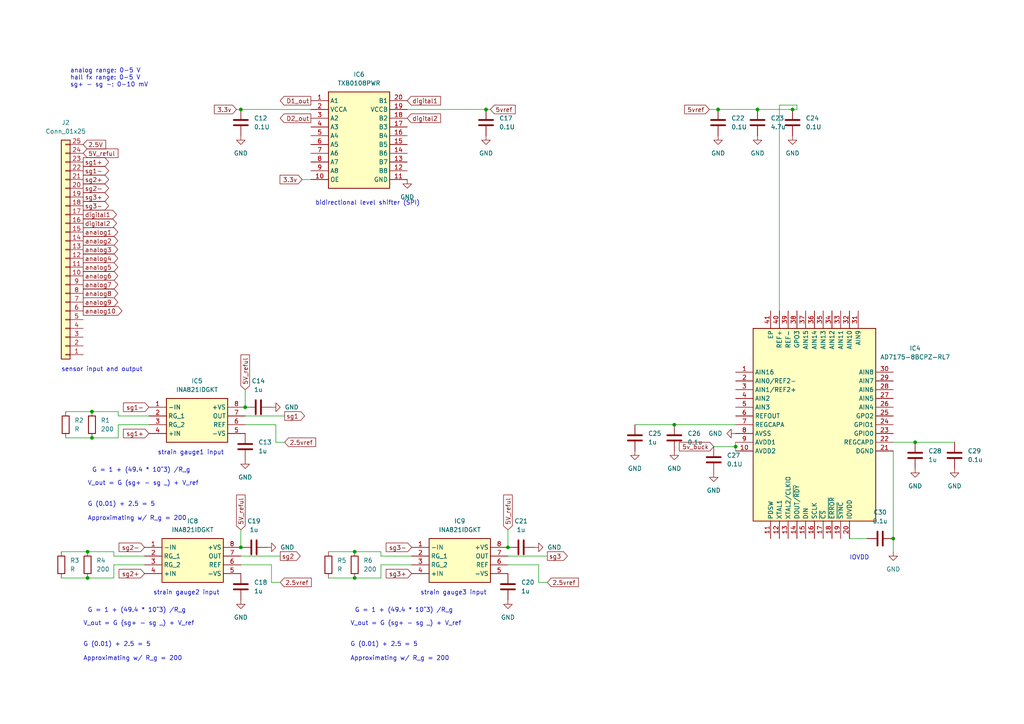
<source format=kicad_sch>
(kicad_sch (version 20230121) (generator eeschema)
  (paper "A4")
  (lib_symbols
    (symbol "21xt_symbols:AD7175-8BCPZ-RL7"
      (property "Reference" "IC" (at 41.91 17.78 0))
      (property "Value" "AD7175-8BCPZ-RL7" (at 41.91 15.24 0))
      (symbol "AD7175-8BCPZ-RL7_1_1"
        (rectangle (start 5.08 12.7) (end 40.64 -43.18) (stroke (width 0.254)) (fill (type background)))
        (pin passive line (at 0 0 0) (length 5.08) (name "AIN16") (number "1"))
        (pin passive line (at 0 -22.86 0) (length 5.08) (name "AVDD2") (number "10"))
        (pin passive line (at 10.16 -48.26 90) (length 5.08) (name "PDSW") (number "11"))
        (pin passive line (at 12.7 -48.26 90) (length 5.08) (name "XTAL1") (number "12"))
        (pin passive line (at 15.24 -48.26 90) (length 5.08) (name "XTAL2/CLKIO") (number "13"))
        (pin passive line (at 17.78 -48.26 90) (length 5.08) (name "DOUT/~{RDY}") (number "14"))
        (pin passive line (at 20.32 -48.26 90) (length 5.08) (name "DIN") (number "15"))
        (pin passive line (at 22.86 -48.26 90) (length 5.08) (name "SCLK") (number "16"))
        (pin passive line (at 25.4 -48.26 90) (length 5.08) (name "~{CS}") (number "17"))
        (pin passive line (at 27.94 -48.26 90) (length 5.08) (name "~{ERROR}") (number "18"))
        (pin passive line (at 30.48 -48.26 90) (length 5.08) (name "~{SYNC}") (number "19"))
        (pin passive line (at 0 -2.54 0) (length 5.08) (name "AIN0/REF2-") (number "2"))
        (pin passive line (at 33.02 -48.26 90) (length 5.08) (name "IOVDD") (number "20"))
        (pin passive line (at 45.72 -22.86 180) (length 5.08) (name "DGND") (number "21"))
        (pin passive line (at 45.72 -20.32 180) (length 5.08) (name "REGCAPD") (number "22"))
        (pin passive line (at 45.72 -17.78 180) (length 5.08) (name "GPIO0") (number "23"))
        (pin passive line (at 45.72 -15.24 180) (length 5.08) (name "GPIO1") (number "24"))
        (pin passive line (at 45.72 -12.7 180) (length 5.08) (name "GPO2") (number "25"))
        (pin passive line (at 45.72 -10.16 180) (length 5.08) (name "AIN4") (number "26"))
        (pin passive line (at 45.72 -7.62 180) (length 5.08) (name "AIN5") (number "27"))
        (pin passive line (at 45.72 -5.08 180) (length 5.08) (name "AIN6") (number "28"))
        (pin passive line (at 45.72 -2.54 180) (length 5.08) (name "AIN7") (number "29"))
        (pin passive line (at 0 -5.08 0) (length 5.08) (name "AIN1/REF2+") (number "3"))
        (pin passive line (at 45.72 0 180) (length 5.08) (name "AIN8") (number "30"))
        (pin passive line (at 35.56 17.78 270) (length 5.08) (name "AIN9") (number "31"))
        (pin passive line (at 33.02 17.78 270) (length 5.08) (name "AIN10") (number "32"))
        (pin passive line (at 30.48 17.78 270) (length 5.08) (name "AIN11") (number "33"))
        (pin passive line (at 27.94 17.78 270) (length 5.08) (name "AIN12") (number "34"))
        (pin passive line (at 25.4 17.78 270) (length 5.08) (name "AIN13") (number "35"))
        (pin passive line (at 22.86 17.78 270) (length 5.08) (name "AIN14") (number "36"))
        (pin passive line (at 20.32 17.78 270) (length 5.08) (name "AIN15") (number "37"))
        (pin passive line (at 17.78 17.78 270) (length 5.08) (name "GPO3") (number "38"))
        (pin passive line (at 15.24 17.78 270) (length 5.08) (name "REF-") (number "39"))
        (pin passive line (at 0 -7.62 0) (length 5.08) (name "AIN2") (number "4"))
        (pin passive line (at 12.7 17.78 270) (length 5.08) (name "REF+") (number "40"))
        (pin passive line (at 10.16 17.78 270) (length 5.08) (name "EP") (number "41"))
        (pin passive line (at 0 -10.16 0) (length 5.08) (name "AIN3") (number "5"))
        (pin passive line (at 0 -12.7 0) (length 5.08) (name "REFOUT") (number "6"))
        (pin passive line (at 0 -15.24 0) (length 5.08) (name "REGCAPA") (number "7"))
        (pin passive line (at 0 -17.78 0) (length 5.08) (name "AVSS") (number "8"))
        (pin passive line (at 0 -20.32 0) (length 5.08) (name "AVDD1") (number "9"))
      )
    )
    (symbol "21xt_symbols:INA821IDGKT"
      (property "Reference" "IC" (at 24.13 7.62 0))
      (property "Value" "INA821IDGKT" (at 24.13 5.08 0))
      (symbol "INA821IDGKT_1_1"
        (rectangle (start 5.08 2.54) (end 22.86 -10.16) (stroke (width 0.254)) (fill (type background)))
        (pin input line (at 0 0 0) (length 5.08) (name "-IN") (number "1"))
        (pin passive line (at 0 -2.54 0) (length 5.08) (name "RG_1") (number "2"))
        (pin passive line (at 0 -5.08 0) (length 5.08) (name "RG_2") (number "3"))
        (pin input line (at 0 -7.62 0) (length 5.08) (name "+IN") (number "4"))
        (pin power_in line (at 27.94 -7.62 180) (length 5.08) (name "-VS") (number "5"))
        (pin passive line (at 27.94 -5.08 180) (length 5.08) (name "REF") (number "6"))
        (pin output line (at 27.94 -2.54 180) (length 5.08) (name "OUT") (number "7"))
        (pin power_in line (at 27.94 0 180) (length 5.08) (name "+VS") (number "8"))
      )
    )
    (symbol "21xt_symbols:TXB0108PWR"
      (property "Reference" "IC" (at 24.13 7.62 0))
      (property "Value" "TXB0108PWR" (at 24.13 5.08 0))
      (symbol "TXB0108PWR_1_1"
        (rectangle (start 5.08 2.54) (end 22.86 -25.4) (stroke (width 0.254)) (fill (type background)))
        (pin passive line (at 0 0 0) (length 5.08) (name "A1") (number "1"))
        (pin passive line (at 0 -22.86 0) (length 5.08) (name "OE") (number "10"))
        (pin passive line (at 27.94 -22.86 180) (length 5.08) (name "GND") (number "11"))
        (pin passive line (at 27.94 -20.32 180) (length 5.08) (name "B8") (number "12"))
        (pin passive line (at 27.94 -17.78 180) (length 5.08) (name "B7") (number "13"))
        (pin passive line (at 27.94 -15.24 180) (length 5.08) (name "B6") (number "14"))
        (pin passive line (at 27.94 -12.7 180) (length 5.08) (name "B5") (number "15"))
        (pin passive line (at 27.94 -10.16 180) (length 5.08) (name "B4") (number "16"))
        (pin passive line (at 27.94 -7.62 180) (length 5.08) (name "B3") (number "17"))
        (pin passive line (at 27.94 -5.08 180) (length 5.08) (name "B2") (number "18"))
        (pin passive line (at 27.94 -2.54 180) (length 5.08) (name "VCCB") (number "19"))
        (pin passive line (at 0 -2.54 0) (length 5.08) (name "VCCA") (number "2"))
        (pin passive line (at 27.94 0 180) (length 5.08) (name "B1") (number "20"))
        (pin passive line (at 0 -5.08 0) (length 5.08) (name "A2") (number "3"))
        (pin passive line (at 0 -7.62 0) (length 5.08) (name "A3") (number "4"))
        (pin passive line (at 0 -10.16 0) (length 5.08) (name "A4") (number "5"))
        (pin passive line (at 0 -12.7 0) (length 5.08) (name "A5") (number "6"))
        (pin passive line (at 0 -15.24 0) (length 5.08) (name "A6") (number "7"))
        (pin passive line (at 0 -17.78 0) (length 5.08) (name "A7") (number "8"))
        (pin passive line (at 0 -20.32 0) (length 5.08) (name "A8") (number "9"))
      )
    )
    (symbol "Connector_Generic:Conn_01x25" (pin_names (offset 1.016) hide)
      (property "Reference" "J" (at 0 33.02 0))
      (property "Value" "Conn_01x25" (at 0 -33.02 0))
      (symbol "Conn_01x25_1_1"
        (rectangle (start -1.27 -30.353) (end 0 -30.607) (stroke (width 0.1524)))
        (rectangle (start -1.27 -27.813) (end 0 -28.067) (stroke (width 0.1524)))
        (rectangle (start -1.27 -25.273) (end 0 -25.527) (stroke (width 0.1524)))
        (rectangle (start -1.27 -22.733) (end 0 -22.987) (stroke (width 0.1524)))
        (rectangle (start -1.27 -20.193) (end 0 -20.447) (stroke (width 0.1524)))
        (rectangle (start -1.27 -17.653) (end 0 -17.907) (stroke (width 0.1524)))
        (rectangle (start -1.27 -15.113) (end 0 -15.367) (stroke (width 0.1524)))
        (rectangle (start -1.27 -12.573) (end 0 -12.827) (stroke (width 0.1524)))
        (rectangle (start -1.27 -10.033) (end 0 -10.287) (stroke (width 0.1524)))
        (rectangle (start -1.27 -7.493) (end 0 -7.747) (stroke (width 0.1524)))
        (rectangle (start -1.27 -4.953) (end 0 -5.207) (stroke (width 0.1524)))
        (rectangle (start -1.27 -2.413) (end 0 -2.667) (stroke (width 0.1524)))
        (rectangle (start -1.27 0.127) (end 0 -0.127) (stroke (width 0.1524)))
        (rectangle (start -1.27 2.667) (end 0 2.413) (stroke (width 0.1524)))
        (rectangle (start -1.27 5.207) (end 0 4.953) (stroke (width 0.1524)))
        (rectangle (start -1.27 7.747) (end 0 7.493) (stroke (width 0.1524)))
        (rectangle (start -1.27 10.287) (end 0 10.033) (stroke (width 0.1524)))
        (rectangle (start -1.27 12.827) (end 0 12.573) (stroke (width 0.1524)))
        (rectangle (start -1.27 15.367) (end 0 15.113) (stroke (width 0.1524)))
        (rectangle (start -1.27 17.907) (end 0 17.653) (stroke (width 0.1524)))
        (rectangle (start -1.27 20.447) (end 0 20.193) (stroke (width 0.1524)))
        (rectangle (start -1.27 22.987) (end 0 22.733) (stroke (width 0.1524)))
        (rectangle (start -1.27 25.527) (end 0 25.273) (stroke (width 0.1524)))
        (rectangle (start -1.27 28.067) (end 0 27.813) (stroke (width 0.1524)))
        (rectangle (start -1.27 30.607) (end 0 30.353) (stroke (width 0.1524)))
        (rectangle (start -1.27 31.75) (end 1.27 -31.75) (stroke (width 0.254)) (fill (type background)))
        (pin passive line (at -5.08 30.48 0) (length 3.81) (name "Pin_1") (number "1"))
        (pin passive line (at -5.08 7.62 0) (length 3.81) (name "Pin_10") (number "10"))
        (pin passive line (at -5.08 5.08 0) (length 3.81) (name "Pin_11") (number "11"))
        (pin passive line (at -5.08 2.54 0) (length 3.81) (name "Pin_12") (number "12"))
        (pin passive line (at -5.08 0 0) (length 3.81) (name "Pin_13") (number "13"))
        (pin passive line (at -5.08 -2.54 0) (length 3.81) (name "Pin_14") (number "14"))
        (pin passive line (at -5.08 -5.08 0) (length 3.81) (name "Pin_15") (number "15"))
        (pin passive line (at -5.08 -7.62 0) (length 3.81) (name "Pin_16") (number "16"))
        (pin passive line (at -5.08 -10.16 0) (length 3.81) (name "Pin_17") (number "17"))
        (pin passive line (at -5.08 -12.7 0) (length 3.81) (name "Pin_18") (number "18"))
        (pin passive line (at -5.08 -15.24 0) (length 3.81) (name "Pin_19") (number "19"))
        (pin passive line (at -5.08 27.94 0) (length 3.81) (name "Pin_2") (number "2"))
        (pin passive line (at -5.08 -17.78 0) (length 3.81) (name "Pin_20") (number "20"))
        (pin passive line (at -5.08 -20.32 0) (length 3.81) (name "Pin_21") (number "21"))
        (pin passive line (at -5.08 -22.86 0) (length 3.81) (name "Pin_22") (number "22"))
        (pin passive line (at -5.08 -25.4 0) (length 3.81) (name "Pin_23") (number "23"))
        (pin passive line (at -5.08 -27.94 0) (length 3.81) (name "Pin_24") (number "24"))
        (pin passive line (at -5.08 -30.48 0) (length 3.81) (name "Pin_25") (number "25"))
        (pin passive line (at -5.08 25.4 0) (length 3.81) (name "Pin_3") (number "3"))
        (pin passive line (at -5.08 22.86 0) (length 3.81) (name "Pin_4") (number "4"))
        (pin passive line (at -5.08 20.32 0) (length 3.81) (name "Pin_5") (number "5"))
        (pin passive line (at -5.08 17.78 0) (length 3.81) (name "Pin_6") (number "6"))
        (pin passive line (at -5.08 15.24 0) (length 3.81) (name "Pin_7") (number "7"))
        (pin passive line (at -5.08 12.7 0) (length 3.81) (name "Pin_8") (number "8"))
        (pin passive line (at -5.08 10.16 0) (length 3.81) (name "Pin_9") (number "9"))
      )
    )
    (symbol "Device:C" (pin_numbers hide) (pin_names (offset 0.254))
      (property "Reference" "C" (at 0.635 2.54 0))
      (property "Value" "C" (at 0.635 -2.54 0))
      (symbol "C_0_1"
        (polyline (pts (xy -2.032 -0.762) (xy 2.032 -0.762)) (stroke (width 0.508)))
        (polyline (pts (xy -2.032 0.762) (xy 2.032 0.762)) (stroke (width 0.508)))
      )
      (symbol "C_1_1"
        (pin passive line (at 0 3.81 270) (length 2.794) (name "~") (number "1"))
        (pin passive line (at 0 -3.81 90) (length 2.794) (name "~") (number "2"))
      )
    )
    (symbol "Device:R" (pin_numbers hide) (pin_names (offset 0))
      (property "Reference" "R" (at 2.032 0 90))
      (property "Value" "R" (at 0 0 90))
      (symbol "R_0_1"
        (rectangle (start -1.016 -2.54) (end 1.016 2.54) (stroke (width 0.254)))
      )
      (symbol "R_1_1"
        (pin passive line (at 0 3.81 270) (length 1.27) (name "~") (number "1"))
        (pin passive line (at 0 -3.81 90) (length 1.27) (name "~") (number "2"))
      )
    )
    (symbol "power:GND" (power) (pin_names (offset 0))
      (property "Value" "GND" (at 0 -3.81 0))
      (symbol "GND_0_1"
        (polyline (pts (xy 0 0) (xy 0 -1.27) (xy 1.27 -1.27) (xy 0 -2.54) (xy -1.27 -1.27) (xy 0 -1.27)))
      )
      (symbol "GND_1_1"
        (pin power_in line (at 0 0 270) (length 0) hide (name "GND") (number "1"))
      )
    )
  )
  (junction (at 26.67 119.38))
  (junction (at 102.87 167.64))
  (junction (at 71.12 118.11))
  (junction (at 213.36 129.54))
  (junction (at 229.87 31.75))
  (junction (at 259.08 156.21))
  (junction (at 25.4 167.64))
  (junction (at 195.58 123.19))
  (junction (at 219.71 31.75))
  (junction (at 147.32 158.75))
  (junction (at 69.85 158.75))
  (junction (at 140.97 31.75))
  (junction (at 208.28 31.75))
  (junction (at 69.85 31.75))
  (junction (at 26.67 127))
  (junction (at 102.87 160.02))
  (junction (at 265.43 128.27))
  (junction (at 25.4 160.02))
  (wire (pts (xy 34.29 119.38) (xy 34.29 120.65)))
  (wire (pts (xy 68.58 31.75) (xy 69.85 31.75)))
  (wire (pts (xy 80.01 128.27) (xy 82.55 128.27)))
  (wire (pts (xy 231.14 31.75) (xy 231.14 30.48)))
  (wire (pts (xy 34.29 123.19) (xy 34.29 127)))
  (wire (pts (xy 102.87 167.64) (xy 110.49 167.64)))
  (wire (pts (xy 147.32 161.29) (xy 158.75 161.29)))
  (wire (pts (xy 147.32 163.83) (xy 156.21 163.83)))
  (wire (pts (xy 78.74 168.91) (xy 81.28 168.91)))
  (wire (pts (xy 265.43 128.27) (xy 276.86 128.27)))
  (wire (pts (xy 69.85 161.29) (xy 81.28 161.29)))
  (wire (pts (xy 195.58 123.19) (xy 213.36 123.19)))
  (wire (pts (xy 119.38 163.83) (xy 110.49 163.83)))
  (wire (pts (xy 34.29 120.65) (xy 43.18 120.65)))
  (wire (pts (xy 71.12 123.19) (xy 80.01 123.19)))
  (wire (pts (xy 19.05 127) (xy 26.67 127)))
  (wire (pts (xy 17.78 160.02) (xy 25.4 160.02)))
  (wire (pts (xy 246.38 156.21) (xy 251.46 156.21)))
  (wire (pts (xy 140.97 31.75) (xy 142.24 31.75)))
  (wire (pts (xy 71.12 120.65) (xy 82.55 120.65)))
  (wire (pts (xy 226.06 30.48) (xy 231.14 30.48)))
  (wire (pts (xy 205.74 31.75) (xy 208.28 31.75)))
  (wire (pts (xy 87.63 52.07) (xy 90.17 52.07)))
  (wire (pts (xy 95.25 167.64) (xy 102.87 167.64)))
  (wire (pts (xy 25.4 160.02) (xy 33.02 160.02)))
  (wire (pts (xy 102.87 160.02) (xy 110.49 160.02)))
  (wire (pts (xy 26.67 119.38) (xy 34.29 119.38)))
  (wire (pts (xy 259.08 128.27) (xy 265.43 128.27)))
  (wire (pts (xy 147.32 153.67) (xy 147.32 158.75)))
  (wire (pts (xy 19.05 119.38) (xy 26.67 119.38)))
  (wire (pts (xy 69.85 153.67) (xy 69.85 158.75)))
  (wire (pts (xy 226.06 30.48) (xy 226.06 90.17)))
  (wire (pts (xy 95.25 160.02) (xy 102.87 160.02)))
  (wire (pts (xy 110.49 160.02) (xy 110.49 161.29)))
  (wire (pts (xy 156.21 163.83) (xy 156.21 168.91)))
  (wire (pts (xy 207.01 129.54) (xy 213.36 129.54)))
  (wire (pts (xy 213.36 129.54) (xy 213.36 130.81)))
  (wire (pts (xy 71.12 113.03) (xy 71.12 118.11)))
  (wire (pts (xy 78.74 163.83) (xy 78.74 168.91)))
  (wire (pts (xy 259.08 160.02) (xy 259.08 156.21)))
  (wire (pts (xy 156.21 168.91) (xy 158.75 168.91)))
  (wire (pts (xy 43.18 123.19) (xy 34.29 123.19)))
  (wire (pts (xy 80.01 123.19) (xy 80.01 128.27)))
  (wire (pts (xy 69.85 163.83) (xy 78.74 163.83)))
  (wire (pts (xy 17.78 167.64) (xy 25.4 167.64)))
  (wire (pts (xy 110.49 163.83) (xy 110.49 167.64)))
  (wire (pts (xy 33.02 161.29) (xy 41.91 161.29)))
  (wire (pts (xy 118.11 31.75) (xy 140.97 31.75)))
  (wire (pts (xy 229.87 31.75) (xy 231.14 31.75)))
  (wire (pts (xy 184.15 123.19) (xy 195.58 123.19)))
  (wire (pts (xy 213.36 128.27) (xy 213.36 129.54)))
  (wire (pts (xy 219.71 31.75) (xy 229.87 31.75)))
  (wire (pts (xy 69.85 31.75) (xy 90.17 31.75)))
  (wire (pts (xy 110.49 161.29) (xy 119.38 161.29)))
  (wire (pts (xy 26.67 127) (xy 34.29 127)))
  (wire (pts (xy 41.91 163.83) (xy 33.02 163.83)))
  (wire (pts (xy 208.28 31.75) (xy 219.71 31.75)))
  (wire (pts (xy 33.02 163.83) (xy 33.02 167.64)))
  (wire (pts (xy 25.4 167.64) (xy 33.02 167.64)))
  (wire (pts (xy 33.02 160.02) (xy 33.02 161.29)))
  (wire (pts (xy 259.08 156.21) (xy 259.08 130.81)))
  (text "bidirectional level shifter (SPI)" (at 91.44 59.69 0) (effects (font (size 1.27 1.27)) (justify left bottom)))
  (text "IOVDD" (at 246.38 162.56 0) (effects (font (size 1.27 1.27)) (justify left bottom)))
  (text "strain gauge3 input" (at 121.92 172.72 0) (effects (font (size 1.27 1.27)) (justify left bottom)))
  (text "strain gauge1 input" (at 45.72 132.08 0) (effects (font (size 1.27 1.27)) (justify left bottom)))
  (text "G = 1 + (49.4 * 10^3) /R_g" (at 26.67 137.16 0) (effects (font (size 1.27 1.27)) (justify left bottom)))
  (text "sensor input and output" (at 17.78 107.95 0) (effects (font (size 1.27 1.27)) (justify left bottom)))
  (text "strain gauge2 input" (at 44.45 172.72 0) (effects (font (size 1.27 1.27)) (justify left bottom)))
  (text "analog range: 0-5 V\nhall fx range: 0-5 V\nsg+ - sg -: 0-10 mV" (at 20.32 25.4 0) (effects (font (size 1.27 1.27)) (justify left bottom)))
  (text "V_out = G (sg+ - sg _) + V_ref " (at 101.6 181.61 0) (effects (font (size 1.27 1.27)) (justify left bottom)))
  (text "V_out = G (sg+ - sg _) + V_ref " (at 24.13 181.61 0) (effects (font (size 1.27 1.27)) (justify left bottom)))
  (text "G (0.01) + 2.5 = 5\n\nApproximating w/ R_g = 200" (at 101.6 191.77 0) (effects (font (size 1.27 1.27)) (justify left bottom)))
  (text "G (0.01) + 2.5 = 5\n\nApproximating w/ R_g = 200" (at 24.13 191.77 0) (effects (font (size 1.27 1.27)) (justify left bottom)))
  (text "G = 1 + (49.4 * 10^3) /R_g" (at 102.87 177.8 0) (effects (font (size 1.27 1.27)) (justify left bottom)))
  (text "G = 1 + (49.4 * 10^3) /R_g" (at 25.4 177.8 0) (effects (font (size 1.27 1.27)) (justify left bottom)))
  (text "V_out = G (sg+ - sg _) + V_ref " (at 25.4 140.97 0) (effects (font (size 1.27 1.27)) (justify left bottom)))
  (text "G (0.01) + 2.5 = 5\n\nApproximating w/ R_g = 200" (at 25.4 151.13 0) (effects (font (size 1.27 1.27)) (justify left bottom)))
  (global_label "sg1+" (shape input) (at 43.18 125.73 180) (property "Intersheetrefs" "${INTERSHEET_REFS}" (effects hide)))
  (global_label "5v_buck" (shape input) (at 207.01 129.54 180) (property "Intersheetrefs" "${INTERSHEET_REFS}" (effects hide)))
  (global_label "D2_out" (shape output) (at 90.17 34.29 180) (property "Intersheetrefs" "${INTERSHEET_REFS}" (effects hide)))
  (global_label "analog6" (shape output) (at 24.13 80.01 0) (property "Intersheetrefs" "${INTERSHEET_REFS}" (effects hide)))
  (global_label "sg3+" (shape output) (at 24.13 57.15 0) (property "Intersheetrefs" "${INTERSHEET_REFS}" (effects hide)))
  (global_label "5V_reful" (shape input) (at 147.32 153.67 90) (property "Intersheetrefs" "${INTERSHEET_REFS}" (effects hide)))
  (global_label "analog7" (shape output) (at 24.13 82.55 0) (property "Intersheetrefs" "${INTERSHEET_REFS}" (effects hide)))
  (global_label "5V_reful" (shape input) (at 24.13 44.45 0) (property "Intersheetrefs" "${INTERSHEET_REFS}" (effects hide)))
  (global_label "sg2-" (shape output) (at 24.13 54.61 0) (property "Intersheetrefs" "${INTERSHEET_REFS}" (effects hide)))
  (global_label "analog10" (shape output) (at 24.13 90.17 0) (property "Intersheetrefs" "${INTERSHEET_REFS}" (effects hide)))
  (global_label "analog8" (shape output) (at 24.13 85.09 0) (property "Intersheetrefs" "${INTERSHEET_REFS}" (effects hide)))
  (global_label "digital2" (shape output) (at 24.13 64.77 0) (property "Intersheetrefs" "${INTERSHEET_REFS}" (effects hide)))
  (global_label "sg3" (shape output) (at 158.75 161.29 0) (property "Intersheetrefs" "${INTERSHEET_REFS}" (effects hide)))
  (global_label "sg1-" (shape output) (at 24.13 49.53 0) (property "Intersheetrefs" "${INTERSHEET_REFS}" (effects hide)))
  (global_label "digital2" (shape input) (at 118.11 34.29 0) (property "Intersheetrefs" "${INTERSHEET_REFS}" (effects hide)))
  (global_label "5vref" (shape input) (at 205.74 31.75 180) (property "Intersheetrefs" "${INTERSHEET_REFS}" (effects hide)))
  (global_label "2.5V" (shape input) (at 24.13 41.91 0) (property "Intersheetrefs" "${INTERSHEET_REFS}" (effects hide)))
  (global_label "sg3-" (shape output) (at 24.13 59.69 0) (property "Intersheetrefs" "${INTERSHEET_REFS}" (effects hide)))
  (global_label "sg1" (shape output) (at 82.55 120.65 0) (property "Intersheetrefs" "${INTERSHEET_REFS}" (effects hide)))
  (global_label "2.5vref" (shape input) (at 82.55 128.27 0) (property "Intersheetrefs" "${INTERSHEET_REFS}" (effects hide)))
  (global_label "sg2" (shape output) (at 81.28 161.29 0) (property "Intersheetrefs" "${INTERSHEET_REFS}" (effects hide)))
  (global_label "analog4" (shape output) (at 24.13 74.93 0) (property "Intersheetrefs" "${INTERSHEET_REFS}" (effects hide)))
  (global_label "digital1" (shape output) (at 24.13 62.23 0) (property "Intersheetrefs" "${INTERSHEET_REFS}" (effects hide)))
  (global_label "sg2+" (shape input) (at 41.91 166.37 180) (property "Intersheetrefs" "${INTERSHEET_REFS}" (effects hide)))
  (global_label "sg1+" (shape output) (at 24.13 46.99 0) (property "Intersheetrefs" "${INTERSHEET_REFS}" (effects hide)))
  (global_label "3.3v" (shape input) (at 87.63 52.07 180) (property "Intersheetrefs" "${INTERSHEET_REFS}" (effects hide)))
  (global_label "analog9" (shape output) (at 24.13 87.63 0) (property "Intersheetrefs" "${INTERSHEET_REFS}" (effects hide)))
  (global_label "sg3-" (shape input) (at 119.38 158.75 180) (property "Intersheetrefs" "${INTERSHEET_REFS}" (effects hide)))
  (global_label "3.3v" (shape input) (at 68.58 31.75 180) (property "Intersheetrefs" "${INTERSHEET_REFS}" (effects hide)))
  (global_label "5V_reful" (shape input) (at 71.12 113.03 90) (property "Intersheetrefs" "${INTERSHEET_REFS}" (effects hide)))
  (global_label "D1_out" (shape output) (at 90.17 29.21 180) (property "Intersheetrefs" "${INTERSHEET_REFS}" (effects hide)))
  (global_label "digital1" (shape input) (at 118.11 29.21 0) (property "Intersheetrefs" "${INTERSHEET_REFS}" (effects hide)))
  (global_label "2.5vref" (shape input) (at 81.28 168.91 0) (property "Intersheetrefs" "${INTERSHEET_REFS}" (effects hide)))
  (global_label "2.5vref" (shape input) (at 158.75 168.91 0) (property "Intersheetrefs" "${INTERSHEET_REFS}" (effects hide)))
  (global_label "sg2-" (shape input) (at 41.91 158.75 180) (property "Intersheetrefs" "${INTERSHEET_REFS}" (effects hide)))
  (global_label "analog1" (shape output) (at 24.13 67.31 0) (property "Intersheetrefs" "${INTERSHEET_REFS}" (effects hide)))
  (global_label "sg3+" (shape input) (at 119.38 166.37 180) (property "Intersheetrefs" "${INTERSHEET_REFS}" (effects hide)))
  (global_label "5vref" (shape input) (at 142.24 31.75 0) (property "Intersheetrefs" "${INTERSHEET_REFS}" (effects hide)))
  (global_label "analog2" (shape output) (at 24.13 69.85 0) (property "Intersheetrefs" "${INTERSHEET_REFS}" (effects hide)))
  (global_label "analog5" (shape output) (at 24.13 77.47 0) (property "Intersheetrefs" "${INTERSHEET_REFS}" (effects hide)))
  (global_label "analog3" (shape output) (at 24.13 72.39 0) (property "Intersheetrefs" "${INTERSHEET_REFS}" (effects hide)))
  (global_label "sg1-" (shape input) (at 43.18 118.11 180) (property "Intersheetrefs" "${INTERSHEET_REFS}" (effects hide)))
  (global_label "sg2+" (shape output) (at 24.13 52.07 0) (property "Intersheetrefs" "${INTERSHEET_REFS}" (effects hide)))
  (global_label "5V_reful" (shape input) (at 69.85 153.67 90) (property "Intersheetrefs" "${INTERSHEET_REFS}" (effects hide)))
  (symbol (lib_id "Device:C") (at 140.97 35.56 0) (unit 1)
    (property "Reference" "C17" (at 144.78 34.29 0) (effects (justify left)))
    (property "Value" "0.1U" (at 144.78 36.83 0) (effects (justify left)))
  )
  (symbol (lib_id "Device:C") (at 229.87 35.56 0) (unit 1)
    (property "Reference" "C24" (at 233.68 34.29 0) (effects (justify left)))
    (property "Value" "0.1U" (at 233.68 36.83 0) (effects (justify left)))
  )
  (symbol (lib_id "power:GND") (at 208.28 39.37 0) (unit 1)
    (property "Reference" "#PWR035" (effects hide))
    (property "Value" "GND" (at 208.28 44.45 0))
  )
  (symbol (lib_id "power:GND") (at 118.11 52.07 0) (unit 1)
    (property "Reference" "#PWR030" (effects hide))
    (property "Value" "GND" (at 118.11 57.15 0))
  )
  (symbol (lib_id "power:GND") (at 77.47 158.75 90) (unit 1)
    (property "Reference" "#PWR032" (effects hide))
    (property "Value" "GND" (at 81.28 158.75 90) (effects (justify right)))
  )
  (symbol (lib_id "power:GND") (at 219.71 39.37 0) (unit 1)
    (property "Reference" "#PWR036" (effects hide))
    (property "Value" "GND" (at 219.71 44.45 0))
  )
  (symbol (lib_id "Device:C") (at 208.28 35.56 0) (unit 1)
    (property "Reference" "C22" (at 212.09 34.29 0) (effects (justify left)))
    (property "Value" "0.1U" (at 212.09 36.83 0) (effects (justify left)))
  )
  (symbol (lib_id "power:GND") (at 78.74 118.11 90) (unit 1)
    (property "Reference" "#PWR023" (effects hide))
    (property "Value" "GND" (at 82.55 118.11 90) (effects (justify right)))
  )
  (symbol (lib_id "power:GND") (at 229.87 39.37 0) (unit 1)
    (property "Reference" "#PWR037" (effects hide))
    (property "Value" "GND" (at 229.87 44.45 0))
  )
  (symbol (lib_id "21xt_symbols:INA821IDGKT") (at 41.91 158.75 0) (unit 1)
    (property "Reference" "IC8" (at 55.88 151.13 0))
    (property "Value" "INA821IDGKT" (at 55.88 153.67 0))
    (property "Footprint" "SOP65P490X110-8N" (effects hide))
    (property "Datasheet" "http://www.ti.com/lit/ds/symlink/ina821.pdf" (effects hide))
    (property "Height" "1.1" (effects hide))
    (property "Mouser Part Number" "595-INA821IDGKT" (effects hide))
    (property "Mouser Price/Stock" "https://www.mouser.co.uk/ProductDetail/Texas-Instruments/INA821IDGKT?qs=LDGDZb5k%2F%252B8diOW5CeiHfQ%3D%3D" (effects hide))
    (property "Manufacturer_Name" "Texas Instruments" (effects hide))
    (property "Manufacturer_Part_Number" "INA821IDGKT" (effects hide))
  )
  (symbol (lib_id "Device:R") (at 17.78 163.83 0) (unit 1)
    (property "Reference" "R3" (at 20.32 162.56 0) (effects (justify left)))
    (property "Value" "R" (at 20.32 165.1 0) (effects (justify left)))
  )
  (symbol (lib_id "Device:C") (at 276.86 132.08 0) (unit 1)
    (property "Reference" "C29" (at 280.67 130.81 0) (effects (justify left)))
    (property "Value" "0.1u" (at 280.67 133.35 0) (effects (justify left)))
  )
  (symbol (lib_id "power:GND") (at 207.01 137.16 0) (unit 1)
    (property "Reference" "#PWR041" (effects hide))
    (property "Value" "GND" (at 207.01 142.24 0))
  )
  (symbol (lib_id "Device:R") (at 25.4 163.83 0) (unit 1)
    (property "Reference" "R4" (at 27.94 162.56 0) (effects (justify left)))
    (property "Value" "200" (at 27.94 165.1 0) (effects (justify left)))
  )
  (symbol (lib_id "power:GND") (at 265.43 135.89 0) (unit 1)
    (property "Reference" "#PWR042" (effects hide))
    (property "Value" "GND" (at 265.43 140.97 0))
  )
  (symbol (lib_id "power:GND") (at 71.12 133.35 0) (unit 1)
    (property "Reference" "#PWR022" (effects hide))
    (property "Value" "GND" (at 71.12 138.43 0))
  )
  (symbol (lib_id "Device:C") (at 74.93 118.11 90) (unit 1)
    (property "Reference" "C14" (at 74.93 110.49 90))
    (property "Value" "1u" (at 74.93 113.03 90))
  )
  (symbol (lib_id "Device:R") (at 19.05 123.19 0) (unit 1)
    (property "Reference" "R2" (at 21.59 121.92 0) (effects (justify left)))
    (property "Value" "R" (at 21.59 124.46 0) (effects (justify left)))
  )
  (symbol (lib_id "Device:C") (at 184.15 127 0) (unit 1)
    (property "Reference" "C25" (at 187.96 125.73 0) (effects (justify left)))
    (property "Value" "1u" (at 187.96 128.27 0) (effects (justify left)))
  )
  (symbol (lib_id "21xt_symbols:INA821IDGKT") (at 43.18 118.11 0) (unit 1)
    (property "Reference" "IC5" (at 57.15 110.49 0))
    (property "Value" "INA821IDGKT" (at 57.15 113.03 0))
    (property "Footprint" "SOP65P490X110-8N" (effects hide))
    (property "Datasheet" "http://www.ti.com/lit/ds/symlink/ina821.pdf" (effects hide))
    (property "Height" "1.1" (effects hide))
    (property "Mouser Part Number" "595-INA821IDGKT" (effects hide))
    (property "Mouser Price/Stock" "https://www.mouser.co.uk/ProductDetail/Texas-Instruments/INA821IDGKT?qs=LDGDZb5k%2F%252B8diOW5CeiHfQ%3D%3D" (effects hide))
    (property "Manufacturer_Name" "Texas Instruments" (effects hide))
    (property "Manufacturer_Part_Number" "INA821IDGKT" (effects hide))
  )
  (symbol (lib_id "power:GND") (at 140.97 39.37 0) (unit 1)
    (property "Reference" "#PWR029" (effects hide))
    (property "Value" "GND" (at 140.97 44.45 0))
  )
  (symbol (lib_id "power:GND") (at 69.85 39.37 0) (unit 1)
    (property "Reference" "#PWR028" (effects hide))
    (property "Value" "GND" (at 69.85 44.45 0))
  )
  (symbol (lib_id "power:GND") (at 184.15 130.81 0) (unit 1)
    (property "Reference" "#PWR039" (effects hide))
    (property "Value" "GND" (at 184.15 135.89 0))
  )
  (symbol (lib_id "Device:C") (at 207.01 133.35 0) (unit 1)
    (property "Reference" "C27" (at 210.82 132.08 0) (effects (justify left)))
    (property "Value" "0.1U" (at 210.82 134.62 0) (effects (justify left)))
  )
  (symbol (lib_id "power:GND") (at 69.85 173.99 0) (unit 1)
    (property "Reference" "#PWR031" (effects hide))
    (property "Value" "GND" (at 69.85 179.07 0))
  )
  (symbol (lib_id "21xt_symbols:AD7175-8BCPZ-RL7") (at 213.36 107.95 0) (unit 1)
    (property "Reference" "IC4" (at 265.43 101.0219 0))
    (property "Value" "AD7175-8BCPZ-RL7" (at 265.43 103.5619 0))
    (property "Footprint" "QFN50P600X600X80-41N-D" (effects hide))
    (property "Datasheet" "https://componentsearchengine.com/Datasheets/2/AD7175-8BCPZ-RL7.pdf" (effects hide))
    (property "Height" "0.8" (effects hide))
    (property "Mouser Part Number" "584-AD7175-8BCPZ-RL7" (effects hide))
    (property "Mouser Price/Stock" "https://www.mouser.co.uk/ProductDetail/Analog-Devices/AD7175-8BCPZ-RL7?qs=JeIcUl65ClCxXjl02vXI6Q%3D%3D" (effects hide))
    (property "Manufacturer_Name" "Analog Devices" (effects hide))
    (property "Manufacturer_Part_Number" "AD7175-8BCPZ-RL7" (effects hide))
  )
  (symbol (lib_id "Device:C") (at 69.85 35.56 0) (unit 1)
    (property "Reference" "C12" (at 73.66 34.29 0) (effects (justify left)))
    (property "Value" "0.1U" (at 73.66 36.83 0) (effects (justify left)))
  )
  (symbol (lib_id "power:GND") (at 276.86 135.89 0) (unit 1)
    (property "Reference" "#PWR043" (effects hide))
    (property "Value" "GND" (at 276.86 140.97 0))
  )
  (symbol (lib_id "21xt_symbols:INA821IDGKT") (at 119.38 158.75 0) (unit 1)
    (property "Reference" "IC9" (at 133.35 151.13 0))
    (property "Value" "INA821IDGKT" (at 133.35 153.67 0))
    (property "Footprint" "SOP65P490X110-8N" (effects hide))
    (property "Datasheet" "http://www.ti.com/lit/ds/symlink/ina821.pdf" (effects hide))
    (property "Height" "1.1" (effects hide))
    (property "Mouser Part Number" "595-INA821IDGKT" (effects hide))
    (property "Mouser Price/Stock" "https://www.mouser.co.uk/ProductDetail/Texas-Instruments/INA821IDGKT?qs=LDGDZb5k%2F%252B8diOW5CeiHfQ%3D%3D" (effects hide))
    (property "Manufacturer_Name" "Texas Instruments" (effects hide))
    (property "Manufacturer_Part_Number" "INA821IDGKT" (effects hide))
  )
  (symbol (lib_id "power:GND") (at 147.32 173.99 0) (unit 1)
    (property "Reference" "#PWR033" (effects hide))
    (property "Value" "GND" (at 147.32 179.07 0))
  )
  (symbol (lib_id "power:GND") (at 154.94 158.75 90) (unit 1)
    (property "Reference" "#PWR034" (effects hide))
    (property "Value" "GND" (at 158.75 158.75 90) (effects (justify right)))
  )
  (symbol (lib_id "Device:R") (at 102.87 163.83 0) (unit 1)
    (property "Reference" "R6" (at 105.41 162.56 0) (effects (justify left)))
    (property "Value" "200" (at 105.41 165.1 0) (effects (justify left)))
  )
  (symbol (lib_id "Device:C") (at 71.12 129.54 0) (unit 1)
    (property "Reference" "C13" (at 74.93 128.27 0) (effects (justify left)))
    (property "Value" "1u" (at 74.93 130.81 0) (effects (justify left)))
  )
  (symbol (lib_id "Device:C") (at 219.71 35.56 0) (unit 1)
    (property "Reference" "C23" (at 223.52 34.29 0) (effects (justify left)))
    (property "Value" "4.7u" (at 223.52 36.83 0) (effects (justify left)))
  )
  (symbol (lib_id "Connector_Generic:Conn_01x25") (at 19.05 72.39 180) (unit 1)
    (property "Reference" "J2" (at 19.05 35.56 0))
    (property "Value" "Conn_01x25" (at 19.05 38.1 0))
  )
  (symbol (lib_id "Device:C") (at 195.58 127 0) (unit 1)
    (property "Reference" "C26" (at 199.39 125.73 0) (effects (justify left)))
    (property "Value" "0.1u" (at 199.39 128.27 0) (effects (justify left)))
  )
  (symbol (lib_id "Device:C") (at 151.13 158.75 90) (unit 1)
    (property "Reference" "C21" (at 151.13 151.13 90))
    (property "Value" "1u" (at 151.13 153.67 90))
  )
  (symbol (lib_id "Device:R") (at 26.67 123.19 0) (unit 1)
    (property "Reference" "R1" (at 29.21 121.92 0) (effects (justify left)))
    (property "Value" "200" (at 29.21 124.46 0) (effects (justify left)))
  )
  (symbol (lib_id "21xt_symbols:TXB0108PWR") (at 90.17 29.21 0) (unit 1)
    (property "Reference" "IC6" (at 104.14 21.59 0))
    (property "Value" "TXB0108PWR" (at 104.14 24.13 0))
    (property "Footprint" "SOP65P640X120-20N" (effects hide))
    (property "Datasheet" "http://www.ti.com/lit/ds/symlink/txb0108.pdf" (effects hide))
    (property "Height" "1.2" (effects hide))
    (property "Mouser Part Number" "595-TXB0108PWR" (effects hide))
    (property "Mouser Price/Stock" "https://www.mouser.co.uk/ProductDetail/Texas-Instruments/TXB0108PWR?qs=oFXvjAmG9EgEUWGWzOVFCA%3D%3D" (effects hide))
    (property "Manufacturer_Name" "Texas Instruments" (effects hide))
    (property "Manufacturer_Part_Number" "TXB0108PWR" (effects hide))
  )
  (symbol (lib_id "Device:C") (at 265.43 132.08 0) (unit 1)
    (property "Reference" "C28" (at 269.24 130.81 0) (effects (justify left)))
    (property "Value" "1u" (at 269.24 133.35 0) (effects (justify left)))
  )
  (symbol (lib_id "Device:C") (at 69.85 170.18 0) (unit 1)
    (property "Reference" "C18" (at 73.66 168.91 0) (effects (justify left)))
    (property "Value" "1u" (at 73.66 171.45 0) (effects (justify left)))
  )
  (symbol (lib_id "power:GND") (at 213.36 125.73 270) (unit 1)
    (property "Reference" "#PWR038" (effects hide))
    (property "Value" "GND" (at 209.55 125.73 90) (effects (justify right)))
  )
  (symbol (lib_id "Device:C") (at 73.66 158.75 90) (unit 1)
    (property "Reference" "C19" (at 73.66 151.13 90))
    (property "Value" "1u" (at 73.66 153.67 90))
  )
  (symbol (lib_id "power:GND") (at 259.08 160.02 0) (unit 1)
    (property "Reference" "#PWR044" (effects hide))
    (property "Value" "GND" (at 259.08 165.1 0))
  )
  (symbol (lib_id "power:GND") (at 195.58 130.81 0) (unit 1)
    (property "Reference" "#PWR040" (effects hide))
    (property "Value" "GND" (at 195.58 135.89 0))
  )
  (symbol (lib_id "Device:C") (at 255.27 156.21 90) (unit 1)
    (property "Reference" "C30" (at 255.27 148.59 90))
    (property "Value" "0.1u" (at 255.27 151.13 90))
  )
  (symbol (lib_id "Device:C") (at 147.32 170.18 0) (unit 1)
    (property "Reference" "C20" (at 151.13 168.91 0) (effects (justify left)))
    (property "Value" "1u" (at 151.13 171.45 0) (effects (justify left)))
  )
  (symbol (lib_id "Device:R") (at 95.25 163.83 0) (unit 1)
    (property "Reference" "R5" (at 97.79 162.56 0) (effects (justify left)))
    (property "Value" "R" (at 97.79 165.1 0) (effects (justify left)))
  )
)
</source>
